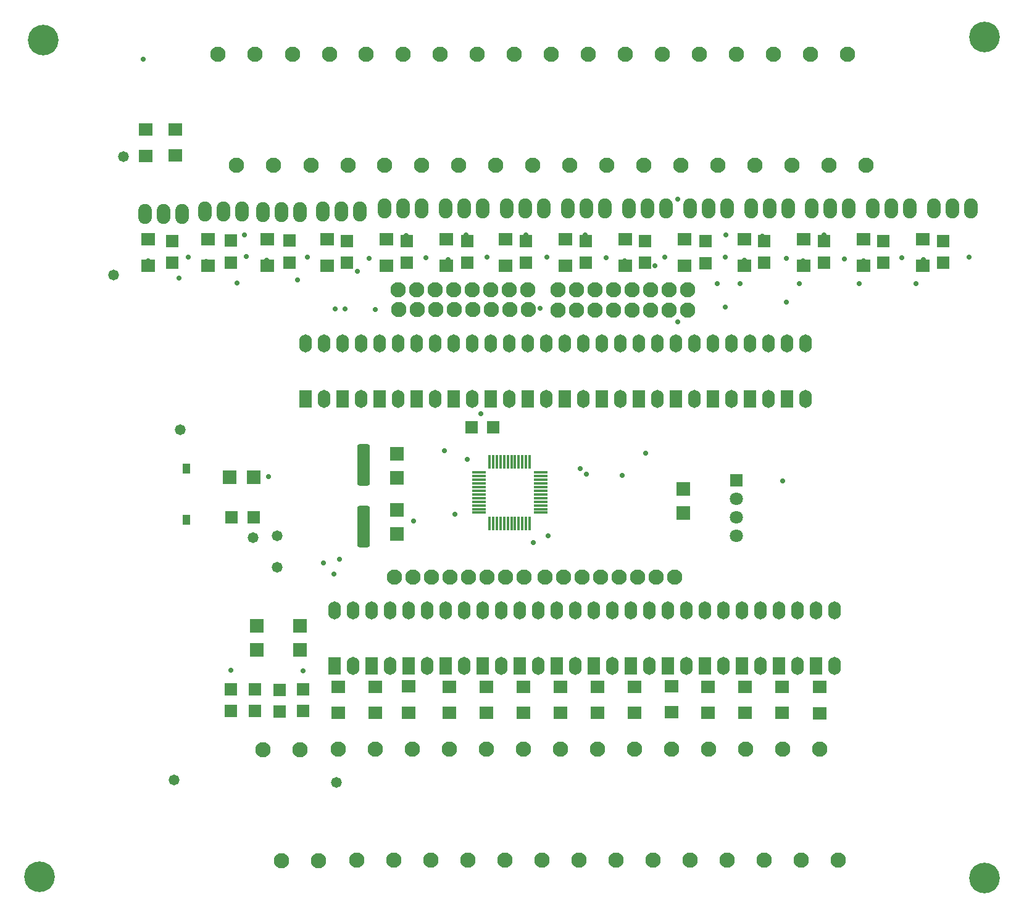
<source format=gts>
G04*
G04 #@! TF.GenerationSoftware,Altium Limited,Altium Designer,21.3.2 (30)*
G04*
G04 Layer_Color=8388736*
%FSTAX24Y24*%
%MOIN*%
G70*
G04*
G04 #@! TF.SameCoordinates,7032F62B-6258-4621-937C-C93DEBE01454*
G04*
G04*
G04 #@! TF.FilePolarity,Negative*
G04*
G01*
G75*
%ADD30R,0.0710X0.0671*%
%ADD31R,0.0730X0.0680*%
%ADD32R,0.0671X0.0710*%
%ADD33R,0.0749X0.0749*%
%ADD34R,0.0729X0.0178*%
%ADD35R,0.0178X0.0729*%
G04:AMPARAMS|DCode=36|XSize=224.5mil|YSize=67.1mil|CornerRadius=11.4mil|HoleSize=0mil|Usage=FLASHONLY|Rotation=270.000|XOffset=0mil|YOffset=0mil|HoleType=Round|Shape=RoundedRectangle|*
%AMROUNDEDRECTD36*
21,1,0.2245,0.0443,0,0,270.0*
21,1,0.2018,0.0671,0,0,270.0*
1,1,0.0228,-0.0221,-0.1009*
1,1,0.0228,-0.0221,0.1009*
1,1,0.0228,0.0221,0.1009*
1,1,0.0228,0.0221,-0.1009*
%
%ADD36ROUNDEDRECTD36*%
%ADD37R,0.0749X0.0749*%
%ADD38R,0.0395X0.0552*%
%ADD39C,0.0827*%
%ADD40R,0.0680X0.0980*%
%ADD41O,0.0680X0.0980*%
%ADD42O,0.0740X0.1080*%
%ADD43C,0.0710*%
%ADD44R,0.0710X0.0710*%
%ADD45C,0.0280*%
%ADD46C,0.1655*%
%ADD47C,0.0580*%
D30*
X02076Y034539D02*
D03*
Y035721D02*
D03*
X0144Y034529D02*
D03*
Y035711D02*
D03*
X01757Y03454D02*
D03*
Y035721D02*
D03*
X023858Y034533D02*
D03*
Y035714D02*
D03*
X027077Y034533D02*
D03*
Y035714D02*
D03*
X030345Y034533D02*
D03*
Y035714D02*
D03*
X033514Y034533D02*
D03*
Y035714D02*
D03*
X036733Y034533D02*
D03*
Y035714D02*
D03*
X039951Y034533D02*
D03*
Y035714D02*
D03*
X0432Y035691D02*
D03*
Y034509D02*
D03*
X046388Y035714D02*
D03*
Y034533D02*
D03*
X049607D02*
D03*
Y035714D02*
D03*
X052825D02*
D03*
Y034533D02*
D03*
X056044D02*
D03*
Y035714D02*
D03*
X021472Y011474D02*
D03*
Y010293D02*
D03*
X017572Y011474D02*
D03*
Y010293D02*
D03*
X018872D02*
D03*
Y011474D02*
D03*
X0202Y011441D02*
D03*
Y010259D02*
D03*
D31*
X013121Y034362D02*
D03*
Y035782D02*
D03*
X016339Y034362D02*
D03*
Y035782D02*
D03*
X019558Y034362D02*
D03*
Y035782D02*
D03*
X022776Y034362D02*
D03*
Y035782D02*
D03*
X025995Y034362D02*
D03*
Y035782D02*
D03*
X029213Y034362D02*
D03*
Y035782D02*
D03*
X032432Y034362D02*
D03*
Y035782D02*
D03*
X03565Y034362D02*
D03*
Y035782D02*
D03*
X038869Y034362D02*
D03*
Y035782D02*
D03*
X042087Y034362D02*
D03*
Y035782D02*
D03*
X045306Y034362D02*
D03*
Y035782D02*
D03*
X048524Y034362D02*
D03*
Y035782D02*
D03*
X051743Y034362D02*
D03*
Y035782D02*
D03*
X054962D02*
D03*
Y034362D02*
D03*
X01298Y0403D02*
D03*
Y04172D02*
D03*
X01457Y04032D02*
D03*
Y04174D02*
D03*
X04938Y01159D02*
D03*
Y01017D02*
D03*
X04736Y011613D02*
D03*
Y010193D02*
D03*
X045362Y011613D02*
D03*
Y010193D02*
D03*
X043364Y011613D02*
D03*
Y010193D02*
D03*
X04138Y01164D02*
D03*
Y01022D02*
D03*
X039368Y011613D02*
D03*
Y010193D02*
D03*
X03737Y011613D02*
D03*
Y010193D02*
D03*
X035371Y011613D02*
D03*
Y010193D02*
D03*
X025381Y011613D02*
D03*
Y010193D02*
D03*
X029377Y011613D02*
D03*
Y010193D02*
D03*
X033373Y011613D02*
D03*
Y010193D02*
D03*
X031375Y011613D02*
D03*
Y010193D02*
D03*
X02717Y01163D02*
D03*
Y01021D02*
D03*
X023383Y011613D02*
D03*
Y010193D02*
D03*
D32*
X030579Y02563D02*
D03*
X031761D02*
D03*
X017618Y020768D02*
D03*
X018799D02*
D03*
D33*
X02656Y02115D02*
D03*
Y01985D02*
D03*
X02654Y0229D02*
D03*
Y0242D02*
D03*
X0213Y0149D02*
D03*
Y0136D02*
D03*
X01898Y0149D02*
D03*
Y0136D02*
D03*
X042011Y021014D02*
D03*
Y022314D02*
D03*
D34*
X030967Y023182D02*
D03*
Y022985D02*
D03*
Y022788D02*
D03*
Y022591D02*
D03*
Y022394D02*
D03*
Y022197D02*
D03*
Y022D02*
D03*
Y021804D02*
D03*
Y021607D02*
D03*
Y02141D02*
D03*
Y021213D02*
D03*
Y021016D02*
D03*
X034304D02*
D03*
Y021213D02*
D03*
Y02141D02*
D03*
Y021607D02*
D03*
Y021804D02*
D03*
Y022D02*
D03*
Y022197D02*
D03*
Y022394D02*
D03*
Y022591D02*
D03*
Y022788D02*
D03*
Y022985D02*
D03*
Y023182D02*
D03*
D35*
X031552Y02043D02*
D03*
X031749D02*
D03*
X031946D02*
D03*
X032143D02*
D03*
X03234D02*
D03*
X032537D02*
D03*
X032733D02*
D03*
X03293D02*
D03*
X033127D02*
D03*
X033324D02*
D03*
X033521D02*
D03*
X033718D02*
D03*
Y023767D02*
D03*
X033521D02*
D03*
X033324D02*
D03*
X033127D02*
D03*
X03293D02*
D03*
X032733D02*
D03*
X032537D02*
D03*
X03234D02*
D03*
X032143D02*
D03*
X031946D02*
D03*
X031749D02*
D03*
X031552D02*
D03*
D36*
X024739Y023595D02*
D03*
Y020249D02*
D03*
D37*
X018799Y022933D02*
D03*
X0175D02*
D03*
D38*
X015194Y023401D02*
D03*
Y020645D02*
D03*
D39*
X02666Y03199D02*
D03*
X03366D02*
D03*
X03266D02*
D03*
X03166D02*
D03*
X03066D02*
D03*
X02966D02*
D03*
X02766D02*
D03*
X02866D02*
D03*
X021902Y039798D02*
D03*
X023902D02*
D03*
X020902Y045798D02*
D03*
X022902D02*
D03*
X050876Y045803D02*
D03*
X048876D02*
D03*
X051876Y039803D02*
D03*
X049876D02*
D03*
X03724Y03198D02*
D03*
X03624D02*
D03*
X03824D02*
D03*
X03924D02*
D03*
X04024D02*
D03*
X04124D02*
D03*
X04224D02*
D03*
X03524D02*
D03*
X024391Y002235D02*
D03*
X026391D02*
D03*
X023391Y008235D02*
D03*
X025391D02*
D03*
X02863Y03307D02*
D03*
X02763D02*
D03*
X02963D02*
D03*
X03063D02*
D03*
X03163D02*
D03*
X03263D02*
D03*
X03363D02*
D03*
X02663D02*
D03*
X03725D02*
D03*
X03625D02*
D03*
X03825D02*
D03*
X03925D02*
D03*
X04025D02*
D03*
X04125D02*
D03*
X04225D02*
D03*
X03525D02*
D03*
X030876Y045803D02*
D03*
X028876D02*
D03*
X031876Y039803D02*
D03*
X029876D02*
D03*
X034876Y045803D02*
D03*
X032876D02*
D03*
X035876Y039803D02*
D03*
X033876D02*
D03*
X038876Y045803D02*
D03*
X036876D02*
D03*
X039876Y039803D02*
D03*
X037876D02*
D03*
X042876Y045803D02*
D03*
X040876D02*
D03*
X043876Y039803D02*
D03*
X041876D02*
D03*
X045876D02*
D03*
X047876D02*
D03*
X044876Y045803D02*
D03*
X046876D02*
D03*
X026876D02*
D03*
X024876D02*
D03*
X027876Y039803D02*
D03*
X025876D02*
D03*
X04156Y01753D02*
D03*
X03456D02*
D03*
X03556D02*
D03*
X03656D02*
D03*
X03756D02*
D03*
X03856D02*
D03*
X04056D02*
D03*
X03956D02*
D03*
X03343Y01754D02*
D03*
X02643D02*
D03*
X02743D02*
D03*
X02843D02*
D03*
X02943D02*
D03*
X03043D02*
D03*
X03243D02*
D03*
X03143D02*
D03*
X049391Y008235D02*
D03*
X047391D02*
D03*
X050391Y002235D02*
D03*
X048391D02*
D03*
X045391Y008235D02*
D03*
X043391D02*
D03*
X046391Y002235D02*
D03*
X044391D02*
D03*
X041391Y008235D02*
D03*
X039391D02*
D03*
X042391Y002235D02*
D03*
X040391D02*
D03*
X037391Y008235D02*
D03*
X035391D02*
D03*
X038391Y002235D02*
D03*
X036391D02*
D03*
X033391Y008235D02*
D03*
X031391D02*
D03*
X034391Y002235D02*
D03*
X032391D02*
D03*
X029391Y008235D02*
D03*
X027391D02*
D03*
X030391Y002235D02*
D03*
X028391D02*
D03*
X01889Y0458D02*
D03*
X01689D02*
D03*
X01989Y0398D02*
D03*
X01789D02*
D03*
X02032Y002195D02*
D03*
X02232D02*
D03*
X01932Y008195D02*
D03*
X02132D02*
D03*
D40*
X023617Y02715D02*
D03*
X021617D02*
D03*
X033617D02*
D03*
X031617D02*
D03*
X045617D02*
D03*
X043617D02*
D03*
X041617D02*
D03*
X039617D02*
D03*
X025617D02*
D03*
X029617D02*
D03*
X027617D02*
D03*
X035617D02*
D03*
X037617D02*
D03*
X047617D02*
D03*
X023178Y012746D02*
D03*
X037178D02*
D03*
X049178D02*
D03*
X035178D02*
D03*
X039178D02*
D03*
X025178D02*
D03*
X041178D02*
D03*
X027178D02*
D03*
X043178D02*
D03*
X029178D02*
D03*
X045178D02*
D03*
X031178D02*
D03*
X047178D02*
D03*
X033178D02*
D03*
D41*
X024617Y02715D02*
D03*
Y03015D02*
D03*
X023617D02*
D03*
X022617Y02715D02*
D03*
Y03015D02*
D03*
X021617D02*
D03*
X034617Y02715D02*
D03*
Y03015D02*
D03*
X033617D02*
D03*
X032617Y02715D02*
D03*
Y03015D02*
D03*
X031617D02*
D03*
X046617Y02715D02*
D03*
Y03015D02*
D03*
X045617D02*
D03*
X044617Y02715D02*
D03*
Y03015D02*
D03*
X043617D02*
D03*
X042617Y02715D02*
D03*
Y03015D02*
D03*
X041617D02*
D03*
X040617Y02715D02*
D03*
Y03015D02*
D03*
X039617D02*
D03*
X026617Y02715D02*
D03*
Y03015D02*
D03*
X025617D02*
D03*
X030617Y02715D02*
D03*
Y03015D02*
D03*
X029617D02*
D03*
X028617Y02715D02*
D03*
Y03015D02*
D03*
X027617D02*
D03*
X036617Y02715D02*
D03*
Y03015D02*
D03*
X035617D02*
D03*
X038617Y02715D02*
D03*
Y03015D02*
D03*
X037617D02*
D03*
X048617Y02715D02*
D03*
Y03015D02*
D03*
X047617D02*
D03*
X023178Y015746D02*
D03*
X024178D02*
D03*
Y012746D02*
D03*
X037178Y015746D02*
D03*
X038178D02*
D03*
Y012746D02*
D03*
X049178Y015746D02*
D03*
X050178D02*
D03*
Y012746D02*
D03*
X035178Y015746D02*
D03*
X036178D02*
D03*
Y012746D02*
D03*
X039178Y015746D02*
D03*
X040178D02*
D03*
Y012746D02*
D03*
X025178Y015746D02*
D03*
X026178D02*
D03*
Y012746D02*
D03*
X041178Y015746D02*
D03*
X042178D02*
D03*
Y012746D02*
D03*
X027178Y015746D02*
D03*
X028178D02*
D03*
Y012746D02*
D03*
X043178Y015746D02*
D03*
X044178D02*
D03*
Y012746D02*
D03*
X029178Y015746D02*
D03*
X030178D02*
D03*
Y012746D02*
D03*
X045178Y015746D02*
D03*
X046178D02*
D03*
Y012746D02*
D03*
X031178Y015746D02*
D03*
X032178D02*
D03*
Y012746D02*
D03*
X047178Y015746D02*
D03*
X048178D02*
D03*
Y012746D02*
D03*
X033178Y015746D02*
D03*
X034178D02*
D03*
Y012746D02*
D03*
D42*
X01294Y03715D02*
D03*
X01394D02*
D03*
X01494D02*
D03*
X01618Y03731D02*
D03*
X01718D02*
D03*
X01818D02*
D03*
X01933Y03727D02*
D03*
X02033D02*
D03*
X02133D02*
D03*
X047667Y03745D02*
D03*
X046667D02*
D03*
X045667D02*
D03*
X05756D02*
D03*
X05656D02*
D03*
X05556D02*
D03*
X02454Y03731D02*
D03*
X02354D02*
D03*
X02254D02*
D03*
X027881Y03745D02*
D03*
X026881D02*
D03*
X025881D02*
D03*
X031178D02*
D03*
X030178D02*
D03*
X029178D02*
D03*
X034476D02*
D03*
X033476D02*
D03*
X032476D02*
D03*
X037774D02*
D03*
X036774D02*
D03*
X035774D02*
D03*
X041072D02*
D03*
X040072D02*
D03*
X039072D02*
D03*
X044369D02*
D03*
X043369D02*
D03*
X042369D02*
D03*
X050965D02*
D03*
X049965D02*
D03*
X048965D02*
D03*
X054262D02*
D03*
X053262D02*
D03*
X052262D02*
D03*
D43*
X044866Y020763D02*
D03*
Y021763D02*
D03*
Y019763D02*
D03*
D44*
Y022763D02*
D03*
D45*
X01626Y03459D02*
D03*
X02277Y03455D02*
D03*
X026Y03457D02*
D03*
X05498Y03471D02*
D03*
X05597Y03588D02*
D03*
X05282Y03589D02*
D03*
X04629Y03595D02*
D03*
X04324Y03578D02*
D03*
X04006Y03582D02*
D03*
X03886Y03463D02*
D03*
X03573Y03447D02*
D03*
X03249D02*
D03*
X04209Y0345D02*
D03*
X02385Y03571D02*
D03*
X02075Y03574D02*
D03*
X0176Y0357D02*
D03*
X0144Y03568D02*
D03*
X02705Y03601D02*
D03*
X030273Y036033D02*
D03*
X03352Y03604D02*
D03*
X036727Y036033D02*
D03*
X04049Y03437D02*
D03*
X01286Y04554D02*
D03*
X04739Y02273D02*
D03*
X04172Y03798D02*
D03*
X04509Y03339D02*
D03*
X04828D02*
D03*
X0515D02*
D03*
X054566D02*
D03*
X04386D02*
D03*
X04758Y03241D02*
D03*
X03428Y03205D02*
D03*
X02442Y03405D02*
D03*
X02119Y033597D02*
D03*
X01833Y03603D02*
D03*
X01793Y03342D02*
D03*
X01478Y03371D02*
D03*
X0131Y03463D02*
D03*
X0195Y03466D02*
D03*
X02932Y03471D02*
D03*
X04532Y03468D02*
D03*
X04847Y03462D02*
D03*
X04963Y03604D02*
D03*
X05175Y03463D02*
D03*
X0443Y03603D02*
D03*
X02538Y03199D02*
D03*
X02376Y03202D02*
D03*
X02322D02*
D03*
X03786Y03481D02*
D03*
X03464Y03482D02*
D03*
X03142Y03483D02*
D03*
X02813Y0348D02*
D03*
X02504Y03478D02*
D03*
X0217Y03484D02*
D03*
X01842Y03485D02*
D03*
X01528Y03483D02*
D03*
X04757Y03476D02*
D03*
X044291Y034819D02*
D03*
Y032131D02*
D03*
X04102Y03482D02*
D03*
X0417Y03132D02*
D03*
X0507Y03473D02*
D03*
X05383Y0348D02*
D03*
X05744Y03482D02*
D03*
X02346Y01851D02*
D03*
X02258Y01829D02*
D03*
X02149Y01246D02*
D03*
X01757Y0125D02*
D03*
X04938Y01158D02*
D03*
X04737Y011623D02*
D03*
X045362Y011598D02*
D03*
X04337Y011607D02*
D03*
X04142Y0116D02*
D03*
X03939Y011557D02*
D03*
X03739Y011555D02*
D03*
X03542Y011583D02*
D03*
X033383Y011577D02*
D03*
X031385Y011615D02*
D03*
X0294Y011558D02*
D03*
X02722Y011541D02*
D03*
X025391Y011561D02*
D03*
X023404Y011544D02*
D03*
X02314Y01771D02*
D03*
X03679Y02309D02*
D03*
X03872Y02302D02*
D03*
X03999Y02423D02*
D03*
X03646Y0234D02*
D03*
X03472Y01975D02*
D03*
X03034Y02391D02*
D03*
X02968Y02093D02*
D03*
X01961Y02295D02*
D03*
X02746Y02057D02*
D03*
X03107Y02637D02*
D03*
X02913Y02436D02*
D03*
X0339Y01939D02*
D03*
D46*
X00726Y00133D02*
D03*
X05827Y00127D02*
D03*
X05828Y04672D02*
D03*
X00745Y04657D02*
D03*
D47*
X02009Y01808D02*
D03*
X02007Y01978D02*
D03*
X02652Y02421D02*
D03*
X01124Y03388D02*
D03*
X02327Y00642D02*
D03*
X01451Y00655D02*
D03*
X01486Y02549D02*
D03*
X02655Y01982D02*
D03*
X01878Y01965D02*
D03*
X01179Y04026D02*
D03*
M02*

</source>
